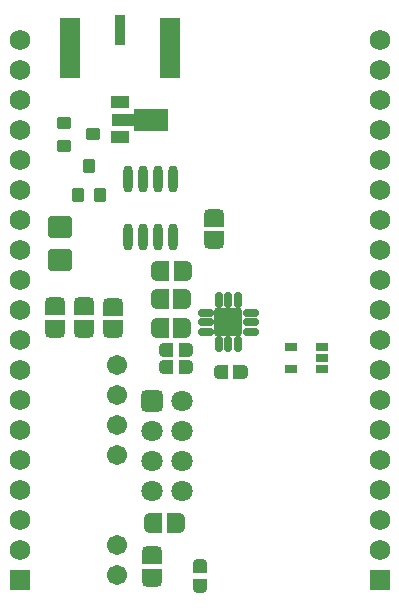
<source format=gts>
%FSAX24Y24*%
%MOIN*%
G70*
G01*
G75*
G04 Layer_Color=8388736*
G04:AMPARAMS|DCode=10|XSize=17.7mil|YSize=43.3mil|CornerRadius=4.4mil|HoleSize=0mil|Usage=FLASHONLY|Rotation=180.000|XOffset=0mil|YOffset=0mil|HoleType=Round|Shape=RoundedRectangle|*
%AMROUNDEDRECTD10*
21,1,0.0177,0.0344,0,0,180.0*
21,1,0.0089,0.0433,0,0,180.0*
1,1,0.0089,-0.0044,0.0172*
1,1,0.0089,0.0044,0.0172*
1,1,0.0089,0.0044,-0.0172*
1,1,0.0089,-0.0044,-0.0172*
%
%ADD10ROUNDEDRECTD10*%
G04:AMPARAMS|DCode=11|XSize=84.6mil|YSize=84.6mil|CornerRadius=4.2mil|HoleSize=0mil|Usage=FLASHONLY|Rotation=90.000|XOffset=0mil|YOffset=0mil|HoleType=Round|Shape=RoundedRectangle|*
%AMROUNDEDRECTD11*
21,1,0.0846,0.0762,0,0,90.0*
21,1,0.0762,0.0846,0,0,90.0*
1,1,0.0085,0.0381,0.0381*
1,1,0.0085,0.0381,-0.0381*
1,1,0.0085,-0.0381,-0.0381*
1,1,0.0085,-0.0381,0.0381*
%
%ADD11ROUNDEDRECTD11*%
G04:AMPARAMS|DCode=12|XSize=17.7mil|YSize=43.3mil|CornerRadius=4.4mil|HoleSize=0mil|Usage=FLASHONLY|Rotation=270.000|XOffset=0mil|YOffset=0mil|HoleType=Round|Shape=RoundedRectangle|*
%AMROUNDEDRECTD12*
21,1,0.0177,0.0344,0,0,270.0*
21,1,0.0089,0.0433,0,0,270.0*
1,1,0.0089,-0.0172,-0.0044*
1,1,0.0089,-0.0172,0.0044*
1,1,0.0089,0.0172,0.0044*
1,1,0.0089,0.0172,-0.0044*
%
%ADD12ROUNDEDRECTD12*%
G04:AMPARAMS|DCode=13|XSize=59.1mil|YSize=51.2mil|CornerRadius=12.8mil|HoleSize=0mil|Usage=FLASHONLY|Rotation=270.000|XOffset=0mil|YOffset=0mil|HoleType=Round|Shape=RoundedRectangle|*
%AMROUNDEDRECTD13*
21,1,0.0591,0.0256,0,0,270.0*
21,1,0.0335,0.0512,0,0,270.0*
1,1,0.0256,-0.0128,-0.0167*
1,1,0.0256,-0.0128,0.0167*
1,1,0.0256,0.0128,0.0167*
1,1,0.0256,0.0128,-0.0167*
%
%ADD13ROUNDEDRECTD13*%
G04:AMPARAMS|DCode=14|XSize=39.4mil|YSize=39.4mil|CornerRadius=9.8mil|HoleSize=0mil|Usage=FLASHONLY|Rotation=180.000|XOffset=0mil|YOffset=0mil|HoleType=Round|Shape=RoundedRectangle|*
%AMROUNDEDRECTD14*
21,1,0.0394,0.0197,0,0,180.0*
21,1,0.0197,0.0394,0,0,180.0*
1,1,0.0197,-0.0098,0.0098*
1,1,0.0197,0.0098,0.0098*
1,1,0.0197,0.0098,-0.0098*
1,1,0.0197,-0.0098,-0.0098*
%
%ADD14ROUNDEDRECTD14*%
G04:AMPARAMS|DCode=15|XSize=32mil|YSize=40mil|CornerRadius=4mil|HoleSize=0mil|Usage=FLASHONLY|Rotation=270.000|XOffset=0mil|YOffset=0mil|HoleType=Round|Shape=RoundedRectangle|*
%AMROUNDEDRECTD15*
21,1,0.0320,0.0320,0,0,270.0*
21,1,0.0240,0.0400,0,0,270.0*
1,1,0.0080,-0.0160,-0.0120*
1,1,0.0080,-0.0160,0.0120*
1,1,0.0080,0.0160,0.0120*
1,1,0.0080,0.0160,-0.0120*
%
%ADD15ROUNDEDRECTD15*%
%ADD16R,0.1063X0.0669*%
%ADD17R,0.0512X0.0354*%
%ADD18R,0.0748X0.0354*%
%ADD19R,0.0630X0.1929*%
%ADD20R,0.0276X0.0925*%
G04:AMPARAMS|DCode=21|XSize=39.4mil|YSize=39.4mil|CornerRadius=9.8mil|HoleSize=0mil|Usage=FLASHONLY|Rotation=90.000|XOffset=0mil|YOffset=0mil|HoleType=Round|Shape=RoundedRectangle|*
%AMROUNDEDRECTD21*
21,1,0.0394,0.0197,0,0,90.0*
21,1,0.0197,0.0394,0,0,90.0*
1,1,0.0197,0.0098,0.0098*
1,1,0.0197,0.0098,-0.0098*
1,1,0.0197,-0.0098,-0.0098*
1,1,0.0197,-0.0098,0.0098*
%
%ADD21ROUNDEDRECTD21*%
G04:AMPARAMS|DCode=22|XSize=59.1mil|YSize=51.2mil|CornerRadius=12.8mil|HoleSize=0mil|Usage=FLASHONLY|Rotation=0.000|XOffset=0mil|YOffset=0mil|HoleType=Round|Shape=RoundedRectangle|*
%AMROUNDEDRECTD22*
21,1,0.0591,0.0256,0,0,0.0*
21,1,0.0335,0.0512,0,0,0.0*
1,1,0.0256,0.0167,-0.0128*
1,1,0.0256,-0.0167,-0.0128*
1,1,0.0256,-0.0167,0.0128*
1,1,0.0256,0.0167,0.0128*
%
%ADD22ROUNDEDRECTD22*%
G04:AMPARAMS|DCode=23|XSize=70.9mil|YSize=65mil|CornerRadius=4.9mil|HoleSize=0mil|Usage=FLASHONLY|Rotation=0.000|XOffset=0mil|YOffset=0mil|HoleType=Round|Shape=RoundedRectangle|*
%AMROUNDEDRECTD23*
21,1,0.0709,0.0552,0,0,0.0*
21,1,0.0611,0.0650,0,0,0.0*
1,1,0.0097,0.0306,-0.0276*
1,1,0.0097,-0.0306,-0.0276*
1,1,0.0097,-0.0306,0.0276*
1,1,0.0097,0.0306,0.0276*
%
%ADD23ROUNDEDRECTD23*%
G04:AMPARAMS|DCode=24|XSize=32mil|YSize=40mil|CornerRadius=4mil|HoleSize=0mil|Usage=FLASHONLY|Rotation=0.000|XOffset=0mil|YOffset=0mil|HoleType=Round|Shape=RoundedRectangle|*
%AMROUNDEDRECTD24*
21,1,0.0320,0.0320,0,0,0.0*
21,1,0.0240,0.0400,0,0,0.0*
1,1,0.0080,0.0120,-0.0160*
1,1,0.0080,-0.0120,-0.0160*
1,1,0.0080,-0.0120,0.0160*
1,1,0.0080,0.0120,0.0160*
%
%ADD24ROUNDEDRECTD24*%
%ADD25O,0.0236X0.0827*%
%ADD26R,0.0354X0.0217*%
%ADD27C,0.0118*%
%ADD28C,0.0197*%
%ADD29C,0.0079*%
%ADD30C,0.0100*%
%ADD31C,0.0080*%
%ADD32R,0.0256X0.0591*%
%ADD33R,0.0394X0.0217*%
%ADD34R,0.0217X0.0394*%
%ADD35R,0.0591X0.0256*%
%ADD36C,0.0591*%
%ADD37C,0.0630*%
G04:AMPARAMS|DCode=38|XSize=63mil|YSize=63mil|CornerRadius=7.9mil|HoleSize=0mil|Usage=FLASHONLY|Rotation=270.000|XOffset=0mil|YOffset=0mil|HoleType=Round|Shape=RoundedRectangle|*
%AMROUNDEDRECTD38*
21,1,0.0630,0.0472,0,0,270.0*
21,1,0.0472,0.0630,0,0,270.0*
1,1,0.0157,-0.0236,-0.0236*
1,1,0.0157,-0.0236,0.0236*
1,1,0.0157,0.0236,0.0236*
1,1,0.0157,0.0236,-0.0236*
%
%ADD38ROUNDEDRECTD38*%
%ADD39C,0.0600*%
%ADD40R,0.0600X0.0600*%
%ADD41C,0.0256*%
%ADD42C,0.0098*%
%ADD43C,0.0059*%
%ADD44C,0.0039*%
%ADD45C,0.0071*%
%ADD46R,0.0472X0.0551*%
%ADD47R,0.0374X0.0384*%
%ADD48R,0.0394X0.0315*%
%ADD49R,0.0384X0.0374*%
%ADD50R,0.0551X0.0472*%
%ADD51R,0.0669X0.0620*%
%ADD52R,0.0315X0.0394*%
%ADD53R,0.0226X0.0581*%
G04:AMPARAMS|DCode=54|XSize=21.7mil|YSize=47.2mil|CornerRadius=6.4mil|HoleSize=0mil|Usage=FLASHONLY|Rotation=180.000|XOffset=0mil|YOffset=0mil|HoleType=Round|Shape=RoundedRectangle|*
%AMROUNDEDRECTD54*
21,1,0.0217,0.0344,0,0,180.0*
21,1,0.0089,0.0472,0,0,180.0*
1,1,0.0128,-0.0044,0.0172*
1,1,0.0128,0.0044,0.0172*
1,1,0.0128,0.0044,-0.0172*
1,1,0.0128,-0.0044,-0.0172*
%
%ADD54ROUNDEDRECTD54*%
G04:AMPARAMS|DCode=55|XSize=88.6mil|YSize=88.6mil|CornerRadius=6.2mil|HoleSize=0mil|Usage=FLASHONLY|Rotation=90.000|XOffset=0mil|YOffset=0mil|HoleType=Round|Shape=RoundedRectangle|*
%AMROUNDEDRECTD55*
21,1,0.0886,0.0762,0,0,90.0*
21,1,0.0762,0.0886,0,0,90.0*
1,1,0.0124,0.0381,0.0381*
1,1,0.0124,0.0381,-0.0381*
1,1,0.0124,-0.0381,-0.0381*
1,1,0.0124,-0.0381,0.0381*
%
%ADD55ROUNDEDRECTD55*%
G04:AMPARAMS|DCode=56|XSize=21.7mil|YSize=47.2mil|CornerRadius=6.4mil|HoleSize=0mil|Usage=FLASHONLY|Rotation=270.000|XOffset=0mil|YOffset=0mil|HoleType=Round|Shape=RoundedRectangle|*
%AMROUNDEDRECTD56*
21,1,0.0217,0.0344,0,0,270.0*
21,1,0.0089,0.0472,0,0,270.0*
1,1,0.0128,-0.0172,-0.0044*
1,1,0.0128,-0.0172,0.0044*
1,1,0.0128,0.0172,0.0044*
1,1,0.0128,0.0172,-0.0044*
%
%ADD56ROUNDEDRECTD56*%
%ADD57R,0.1102X0.0709*%
%ADD58R,0.0551X0.0394*%
%ADD59R,0.0787X0.0394*%
%ADD60R,0.0669X0.1969*%
%ADD61R,0.0315X0.0965*%
%ADD62R,0.0394X0.0256*%
G04:AMPARAMS|DCode=63|XSize=25.7mil|YSize=51.3mil|CornerRadius=8.4mil|HoleSize=0mil|Usage=FLASHONLY|Rotation=180.000|XOffset=0mil|YOffset=0mil|HoleType=Round|Shape=RoundedRectangle|*
%AMROUNDEDRECTD63*
21,1,0.0257,0.0344,0,0,180.0*
21,1,0.0089,0.0513,0,0,180.0*
1,1,0.0169,-0.0044,0.0172*
1,1,0.0169,0.0044,0.0172*
1,1,0.0169,0.0044,-0.0172*
1,1,0.0169,-0.0044,-0.0172*
%
%ADD63ROUNDEDRECTD63*%
G04:AMPARAMS|DCode=64|XSize=92.6mil|YSize=92.6mil|CornerRadius=8.2mil|HoleSize=0mil|Usage=FLASHONLY|Rotation=90.000|XOffset=0mil|YOffset=0mil|HoleType=Round|Shape=RoundedRectangle|*
%AMROUNDEDRECTD64*
21,1,0.0926,0.0762,0,0,90.0*
21,1,0.0762,0.0926,0,0,90.0*
1,1,0.0165,0.0381,0.0381*
1,1,0.0165,0.0381,-0.0381*
1,1,0.0165,-0.0381,-0.0381*
1,1,0.0165,-0.0381,0.0381*
%
%ADD64ROUNDEDRECTD64*%
G04:AMPARAMS|DCode=65|XSize=25.7mil|YSize=51.3mil|CornerRadius=8.4mil|HoleSize=0mil|Usage=FLASHONLY|Rotation=270.000|XOffset=0mil|YOffset=0mil|HoleType=Round|Shape=RoundedRectangle|*
%AMROUNDEDRECTD65*
21,1,0.0257,0.0344,0,0,270.0*
21,1,0.0089,0.0513,0,0,270.0*
1,1,0.0169,-0.0172,-0.0044*
1,1,0.0169,-0.0172,0.0044*
1,1,0.0169,0.0172,0.0044*
1,1,0.0169,0.0172,-0.0044*
%
%ADD65ROUNDEDRECTD65*%
G04:AMPARAMS|DCode=66|XSize=67.1mil|YSize=59.2mil|CornerRadius=16.8mil|HoleSize=0mil|Usage=FLASHONLY|Rotation=270.000|XOffset=0mil|YOffset=0mil|HoleType=Round|Shape=RoundedRectangle|*
%AMROUNDEDRECTD66*
21,1,0.0671,0.0256,0,0,270.0*
21,1,0.0335,0.0592,0,0,270.0*
1,1,0.0336,-0.0128,-0.0167*
1,1,0.0336,-0.0128,0.0167*
1,1,0.0336,0.0128,0.0167*
1,1,0.0336,0.0128,-0.0167*
%
%ADD66ROUNDEDRECTD66*%
G04:AMPARAMS|DCode=67|XSize=45.4mil|YSize=45.4mil|CornerRadius=12.8mil|HoleSize=0mil|Usage=FLASHONLY|Rotation=180.000|XOffset=0mil|YOffset=0mil|HoleType=Round|Shape=RoundedRectangle|*
%AMROUNDEDRECTD67*
21,1,0.0454,0.0197,0,0,180.0*
21,1,0.0197,0.0454,0,0,180.0*
1,1,0.0257,-0.0098,0.0098*
1,1,0.0257,0.0098,0.0098*
1,1,0.0257,0.0098,-0.0098*
1,1,0.0257,-0.0098,-0.0098*
%
%ADD67ROUNDEDRECTD67*%
G04:AMPARAMS|DCode=68|XSize=40mil|YSize=48mil|CornerRadius=8mil|HoleSize=0mil|Usage=FLASHONLY|Rotation=270.000|XOffset=0mil|YOffset=0mil|HoleType=Round|Shape=RoundedRectangle|*
%AMROUNDEDRECTD68*
21,1,0.0400,0.0320,0,0,270.0*
21,1,0.0240,0.0480,0,0,270.0*
1,1,0.0160,-0.0160,-0.0120*
1,1,0.0160,-0.0160,0.0120*
1,1,0.0160,0.0160,0.0120*
1,1,0.0160,0.0160,-0.0120*
%
%ADD68ROUNDEDRECTD68*%
%ADD69R,0.1143X0.0749*%
%ADD70R,0.0592X0.0434*%
%ADD71R,0.0828X0.0434*%
%ADD72R,0.0710X0.2009*%
%ADD73R,0.0356X0.1005*%
G04:AMPARAMS|DCode=74|XSize=45.4mil|YSize=45.4mil|CornerRadius=12.8mil|HoleSize=0mil|Usage=FLASHONLY|Rotation=90.000|XOffset=0mil|YOffset=0mil|HoleType=Round|Shape=RoundedRectangle|*
%AMROUNDEDRECTD74*
21,1,0.0454,0.0197,0,0,90.0*
21,1,0.0197,0.0454,0,0,90.0*
1,1,0.0257,0.0098,0.0098*
1,1,0.0257,0.0098,-0.0098*
1,1,0.0257,-0.0098,-0.0098*
1,1,0.0257,-0.0098,0.0098*
%
%ADD74ROUNDEDRECTD74*%
G04:AMPARAMS|DCode=75|XSize=67.1mil|YSize=59.2mil|CornerRadius=16.8mil|HoleSize=0mil|Usage=FLASHONLY|Rotation=0.000|XOffset=0mil|YOffset=0mil|HoleType=Round|Shape=RoundedRectangle|*
%AMROUNDEDRECTD75*
21,1,0.0671,0.0256,0,0,0.0*
21,1,0.0335,0.0592,0,0,0.0*
1,1,0.0336,0.0167,-0.0128*
1,1,0.0336,-0.0167,-0.0128*
1,1,0.0336,-0.0167,0.0128*
1,1,0.0336,0.0167,0.0128*
%
%ADD75ROUNDEDRECTD75*%
G04:AMPARAMS|DCode=76|XSize=78.9mil|YSize=73mil|CornerRadius=8.9mil|HoleSize=0mil|Usage=FLASHONLY|Rotation=0.000|XOffset=0mil|YOffset=0mil|HoleType=Round|Shape=RoundedRectangle|*
%AMROUNDEDRECTD76*
21,1,0.0789,0.0552,0,0,0.0*
21,1,0.0611,0.0730,0,0,0.0*
1,1,0.0177,0.0306,-0.0276*
1,1,0.0177,-0.0306,-0.0276*
1,1,0.0177,-0.0306,0.0276*
1,1,0.0177,0.0306,0.0276*
%
%ADD76ROUNDEDRECTD76*%
G04:AMPARAMS|DCode=77|XSize=40mil|YSize=48mil|CornerRadius=8mil|HoleSize=0mil|Usage=FLASHONLY|Rotation=0.000|XOffset=0mil|YOffset=0mil|HoleType=Round|Shape=RoundedRectangle|*
%AMROUNDEDRECTD77*
21,1,0.0400,0.0320,0,0,0.0*
21,1,0.0240,0.0480,0,0,0.0*
1,1,0.0160,0.0120,-0.0160*
1,1,0.0160,-0.0120,-0.0160*
1,1,0.0160,-0.0120,0.0160*
1,1,0.0160,0.0120,0.0160*
%
%ADD77ROUNDEDRECTD77*%
%ADD78O,0.0316X0.0907*%
%ADD79R,0.0434X0.0297*%
%ADD80R,0.0336X0.0671*%
%ADD81R,0.0454X0.0277*%
%ADD82R,0.0277X0.0454*%
%ADD83R,0.0671X0.0336*%
%ADD84C,0.0671*%
%ADD85C,0.0710*%
G04:AMPARAMS|DCode=86|XSize=71mil|YSize=71mil|CornerRadius=11.9mil|HoleSize=0mil|Usage=FLASHONLY|Rotation=270.000|XOffset=0mil|YOffset=0mil|HoleType=Round|Shape=RoundedRectangle|*
%AMROUNDEDRECTD86*
21,1,0.0710,0.0472,0,0,270.0*
21,1,0.0472,0.0710,0,0,270.0*
1,1,0.0237,-0.0236,-0.0236*
1,1,0.0237,-0.0236,0.0236*
1,1,0.0237,0.0236,0.0236*
1,1,0.0237,0.0236,-0.0236*
%
%ADD86ROUNDEDRECTD86*%
%ADD87C,0.0680*%
%ADD88R,0.0680X0.0680*%
D63*
X046998Y036217D02*
D03*
X047313D02*
D03*
X047628D02*
D03*
X046998Y037697D02*
D03*
X047313D02*
D03*
X047628D02*
D03*
D64*
X047313Y036957D02*
D03*
D65*
X048053Y037272D02*
D03*
Y036957D02*
D03*
Y036642D02*
D03*
X046573D02*
D03*
Y036957D02*
D03*
Y037272D02*
D03*
D66*
X045768Y036772D02*
D03*
X045020D02*
D03*
X045020Y037717D02*
D03*
X045768D02*
D03*
X045039Y038661D02*
D03*
X045787D02*
D03*
X045551Y030266D02*
D03*
X044803D02*
D03*
D67*
X046358Y028159D02*
D03*
Y028829D02*
D03*
D68*
X042793Y043218D02*
D03*
X041833Y042844D02*
D03*
Y043593D02*
D03*
D69*
X044728Y043711D02*
D03*
D70*
X043705Y043120D02*
D03*
Y044301D02*
D03*
D71*
X043823Y043711D02*
D03*
D72*
X045374Y046083D02*
D03*
X042028D02*
D03*
D73*
X043701Y046703D02*
D03*
D74*
X045226Y036033D02*
D03*
X045896D02*
D03*
X045226Y035463D02*
D03*
X045896D02*
D03*
X047047Y035305D02*
D03*
X047717D02*
D03*
D75*
X046831Y040433D02*
D03*
Y039685D02*
D03*
X043465Y037470D02*
D03*
Y036722D02*
D03*
X042500Y037480D02*
D03*
Y036732D02*
D03*
X041526Y037480D02*
D03*
Y036732D02*
D03*
X044764Y028445D02*
D03*
Y029193D02*
D03*
D76*
X041693Y039035D02*
D03*
Y040138D02*
D03*
D77*
X042293Y041203D02*
D03*
X043041D02*
D03*
X042667Y042163D02*
D03*
D78*
X045474Y041722D02*
D03*
X044974D02*
D03*
X044474D02*
D03*
X043974D02*
D03*
X045474Y039793D02*
D03*
X044974D02*
D03*
X044474D02*
D03*
X043974D02*
D03*
D79*
X050443Y036144D02*
D03*
X049384D02*
D03*
X050443Y035774D02*
D03*
Y035404D02*
D03*
X049384D02*
D03*
D80*
X045640Y036772D02*
D03*
X045148D02*
D03*
Y037717D02*
D03*
X045640D02*
D03*
X045167Y038661D02*
D03*
X045659D02*
D03*
X045423Y030266D02*
D03*
X044931D02*
D03*
D81*
X046358Y028720D02*
D03*
Y028268D02*
D03*
D82*
X045787Y036033D02*
D03*
X045335D02*
D03*
X045787Y035463D02*
D03*
X045335D02*
D03*
X047608Y035305D02*
D03*
X047156D02*
D03*
D83*
X046831Y040305D02*
D03*
Y039813D02*
D03*
X043465Y037343D02*
D03*
Y036850D02*
D03*
X042500Y037352D02*
D03*
Y036860D02*
D03*
X041526Y037352D02*
D03*
Y036860D02*
D03*
X044764Y028573D02*
D03*
Y029065D02*
D03*
D84*
X043602Y028528D02*
D03*
Y029528D02*
D03*
Y032528D02*
D03*
Y033528D02*
D03*
Y034528D02*
D03*
Y035528D02*
D03*
D85*
X045776Y031325D02*
D03*
X044776D02*
D03*
X045776Y032325D02*
D03*
X044776D02*
D03*
X045776Y033325D02*
D03*
X044776D02*
D03*
X045776Y034325D02*
D03*
D86*
X044776D02*
D03*
D87*
X040354Y046346D02*
D03*
Y045346D02*
D03*
Y044346D02*
D03*
Y043346D02*
D03*
Y042346D02*
D03*
Y041346D02*
D03*
Y040346D02*
D03*
Y039346D02*
D03*
Y038346D02*
D03*
Y037346D02*
D03*
Y036346D02*
D03*
Y035346D02*
D03*
Y034346D02*
D03*
Y033346D02*
D03*
Y032346D02*
D03*
Y031346D02*
D03*
Y030346D02*
D03*
Y029346D02*
D03*
X052362Y046346D02*
D03*
Y045346D02*
D03*
Y044346D02*
D03*
Y043346D02*
D03*
Y042346D02*
D03*
Y041346D02*
D03*
Y040346D02*
D03*
Y039346D02*
D03*
Y038346D02*
D03*
Y037346D02*
D03*
Y036346D02*
D03*
Y035346D02*
D03*
Y034346D02*
D03*
Y033346D02*
D03*
Y032346D02*
D03*
Y031346D02*
D03*
Y030346D02*
D03*
Y029346D02*
D03*
D88*
X040354Y028346D02*
D03*
X052362D02*
D03*
M02*

</source>
